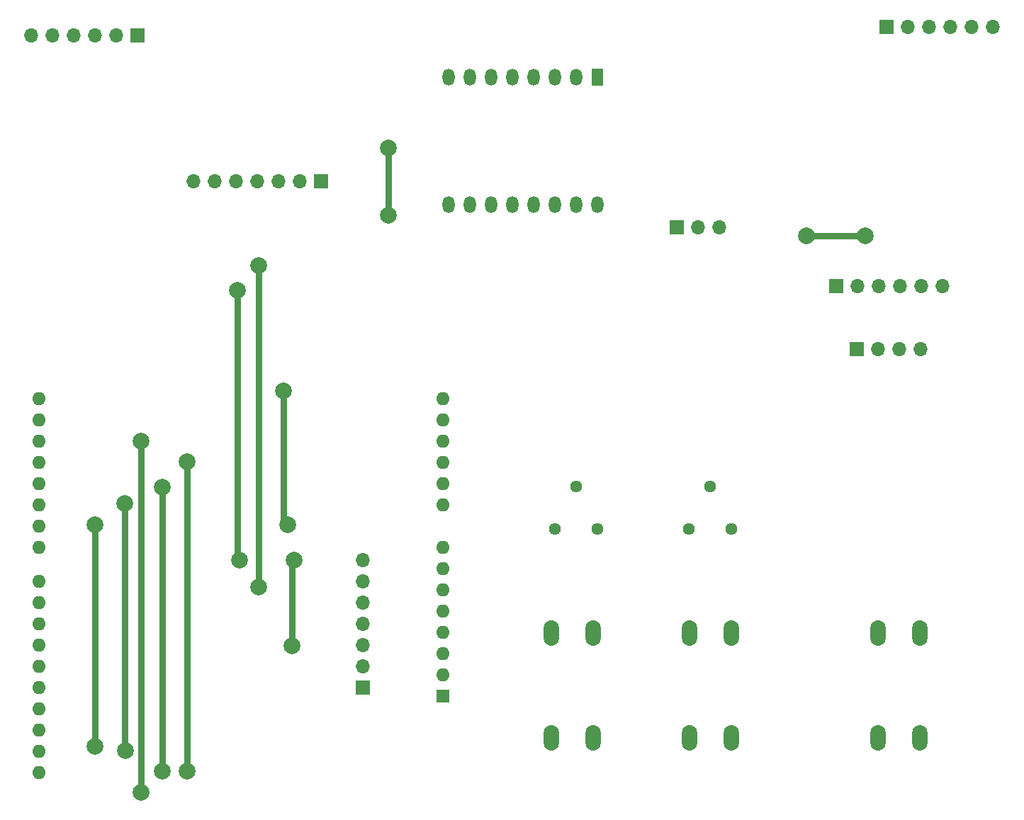
<source format=gbr>
%TF.GenerationSoftware,KiCad,Pcbnew,(6.0.7)*%
%TF.CreationDate,2022-09-15T13:57:49+00:00*%
%TF.ProjectId,Current board,43757272-656e-4742-9062-6f6172642e6b,rev?*%
%TF.SameCoordinates,Original*%
%TF.FileFunction,Copper,L1,Top*%
%TF.FilePolarity,Positive*%
%FSLAX46Y46*%
G04 Gerber Fmt 4.6, Leading zero omitted, Abs format (unit mm)*
G04 Created by KiCad (PCBNEW (6.0.7)) date 2022-09-15 13:57:49*
%MOMM*%
%LPD*%
G01*
G04 APERTURE LIST*
%TA.AperFunction,ComponentPad*%
%ADD10O,1.440000X2.000000*%
%TD*%
%TA.AperFunction,ComponentPad*%
%ADD11R,1.440000X2.000000*%
%TD*%
%TA.AperFunction,ComponentPad*%
%ADD12O,1.700000X1.700000*%
%TD*%
%TA.AperFunction,ComponentPad*%
%ADD13R,1.700000X1.700000*%
%TD*%
%TA.AperFunction,ComponentPad*%
%ADD14C,1.440000*%
%TD*%
%TA.AperFunction,ComponentPad*%
%ADD15O,1.850000X3.048000*%
%TD*%
%TA.AperFunction,ComponentPad*%
%ADD16O,1.600000X1.600000*%
%TD*%
%TA.AperFunction,ComponentPad*%
%ADD17R,1.600000X1.600000*%
%TD*%
%TA.AperFunction,ViaPad*%
%ADD18C,2.000000*%
%TD*%
%TA.AperFunction,Conductor*%
%ADD19C,0.750000*%
%TD*%
G04 APERTURE END LIST*
D10*
%TO.P,U5,9,GND*%
%TO.N,GND*%
X168720000Y-58240000D03*
%TO.P,U5,8,GND*%
X168720000Y-43000000D03*
%TO.P,U5,10,PWMB*%
%TO.N,+3V3*%
X171260000Y-58240000D03*
%TO.P,U5,7,BO1*%
%TO.N,Net-(M2-Pad1)*%
X171260000Y-43000000D03*
%TO.P,U5,11,BIN2*%
%TO.N,Net-(U5-Pad11)*%
X173800000Y-58240000D03*
%TO.P,U5,6,AO2*%
%TO.N,Net-(M1-Pad6)*%
X173800000Y-43000000D03*
%TO.P,U5,12,BIN1*%
%TO.N,Net-(A1-Pad26)*%
X176340000Y-58240000D03*
%TO.P,U5,5,AO2*%
%TO.N,Net-(M1-Pad6)*%
X176340000Y-43000000D03*
%TO.P,U5,13,STBY*%
%TO.N,+3V3*%
X178880000Y-58240000D03*
%TO.P,U5,4,AO1*%
%TO.N,Net-(M1-Pad1)*%
X178880000Y-43000000D03*
%TO.P,U5,14,AIN1*%
%TO.N,Net-(A1-Pad27)*%
X181420000Y-58240000D03*
%TO.P,U5,3,GND*%
%TO.N,GND*%
X181420000Y-43000000D03*
%TO.P,U5,15,AIN2*%
%TO.N,Net-(A1-Pad28)*%
X183960000Y-58240000D03*
%TO.P,U5,2,VCC*%
%TO.N,+3V3*%
X183960000Y-43000000D03*
%TO.P,U5,16,PWMA*%
X186500000Y-58240000D03*
D11*
%TO.P,U5,1,VM1*%
%TO.N,+BATT*%
X186500000Y-43000000D03*
%TD*%
D12*
%TO.P,U6,6,RST*%
%TO.N,unconnected-(U6-Pad6)*%
X227700000Y-68000000D03*
%TO.P,U6,5,SDA*%
%TO.N,Net-(A1-Pad31)*%
X225160000Y-68000000D03*
%TO.P,U6,4,SCL*%
%TO.N,Net-(A1-Pad32)*%
X222620000Y-68000000D03*
%TO.P,U6,3,GND*%
%TO.N,GND*%
X220080000Y-68000000D03*
%TO.P,U6,2,3Vo*%
%TO.N,unconnected-(U6-Pad2)*%
X217540000Y-68000000D03*
D13*
%TO.P,U6,1,Vin*%
%TO.N,+3V3*%
X215000000Y-68000000D03*
%TD*%
D14*
%TO.P,RV2,1,1*%
%TO.N,+3V3*%
X202500000Y-97000000D03*
%TO.P,RV2,2,2*%
%TO.N,Net-(A1-Pad11)*%
X199960000Y-91920000D03*
%TO.P,RV2,3,3*%
%TO.N,GND*%
X197420000Y-97000000D03*
%TD*%
%TO.P,RV1,1,1*%
%TO.N,+3V3*%
X186500000Y-97000000D03*
%TO.P,RV1,2,2*%
%TO.N,Net-(A1-Pad10)*%
X183960000Y-91920000D03*
%TO.P,RV1,3,3*%
%TO.N,GND*%
X181420000Y-97000000D03*
%TD*%
D15*
%TO.P,SW3-SELECT1,4,A*%
%TO.N,Net-(A1-Pad19)*%
X202500000Y-122000000D03*
%TO.P,SW3-SELECT1,2,2*%
%TO.N,GND*%
X197500000Y-122000000D03*
%TO.P,SW3-SELECT1,3,K*%
%TO.N,Net-(A1-Pad19)*%
X202500000Y-109500000D03*
%TO.P,SW3-SELECT1,1,1*%
%TO.N,GND*%
X197500000Y-109500000D03*
%TD*%
%TO.P,SW2-MODE1,4,A*%
%TO.N,Net-(A1-Pad18)*%
X186000000Y-122000000D03*
%TO.P,SW2-MODE1,2,2*%
%TO.N,GND*%
X181000000Y-122000000D03*
%TO.P,SW2-MODE1,3,K*%
%TO.N,Net-(A1-Pad18)*%
X186000000Y-109500000D03*
%TO.P,SW2-MODE1,1,1*%
%TO.N,GND*%
X181000000Y-109500000D03*
%TD*%
%TO.P,SW1-EMG1,4,A*%
%TO.N,Net-(A1-Pad17)*%
X225000000Y-122000000D03*
%TO.P,SW1-EMG1,2,2*%
%TO.N,GND*%
X220000000Y-122000000D03*
%TO.P,SW1-EMG1,3,K*%
%TO.N,Net-(A1-Pad17)*%
X225000000Y-109500000D03*
%TO.P,SW1-EMG1,1,1*%
%TO.N,GND*%
X220000000Y-109500000D03*
%TD*%
D12*
%TO.P,M1,6,M2*%
%TO.N,Net-(M1-Pad6)*%
X233700000Y-37000000D03*
%TO.P,M1,5,GND_encoder*%
%TO.N,GND*%
X231160000Y-37000000D03*
%TO.P,M1,4,Phase_B*%
%TO.N,Net-(A1-Pad20)*%
X228620000Y-37000000D03*
%TO.P,M1,3,Phase_A*%
%TO.N,Net-(A1-Pad21)*%
X226080000Y-37000000D03*
%TO.P,M1,2,+3v3_encoder*%
%TO.N,+3V3*%
X223540000Y-37000000D03*
D13*
%TO.P,M1,1,M1*%
%TO.N,Net-(M1-Pad1)*%
X221000000Y-37000000D03*
%TD*%
D12*
%TO.P,U4,3,SIG_out*%
%TO.N,Net-(A1-Pad9)*%
X201080000Y-61000000D03*
%TO.P,U4,2,GND*%
%TO.N,GND*%
X198540000Y-61000000D03*
D13*
%TO.P,U4,1,Vcc*%
%TO.N,+5V*%
X196000000Y-61000000D03*
%TD*%
D12*
%TO.P,U3,7,LED*%
%TO.N,unconnected-(U3-Pad7)*%
X138260000Y-55500000D03*
%TO.P,U3,6,INT*%
%TO.N,unconnected-(U3-Pad6)*%
X140800000Y-55500000D03*
%TO.P,U3,5,SDA*%
%TO.N,Net-(A1-Pad31)*%
X143340000Y-55500000D03*
%TO.P,U3,4,SCL*%
%TO.N,Net-(A1-Pad32)*%
X145880000Y-55500000D03*
%TO.P,U3,3,3v3*%
%TO.N,unconnected-(U3-Pad3)*%
X148420000Y-55500000D03*
%TO.P,U3,2,GND*%
%TO.N,GND*%
X150960000Y-55500000D03*
D13*
%TO.P,U3,1,Vin*%
%TO.N,+3V3*%
X153500000Y-55500000D03*
%TD*%
D12*
%TO.P,U2,4,SDA*%
%TO.N,Net-(A1-Pad31)*%
X225120000Y-75500000D03*
%TO.P,U2,3,SCL*%
%TO.N,Net-(A1-Pad32)*%
X222580000Y-75500000D03*
%TO.P,U2,2,GND*%
%TO.N,GND*%
X220040000Y-75500000D03*
D13*
%TO.P,U2,1,VCC*%
%TO.N,+3V3*%
X217500000Y-75500000D03*
%TD*%
D12*
%TO.P,U1,7,SDA*%
%TO.N,Net-(A1-Pad31)*%
X158500000Y-100760000D03*
%TO.P,U1,6,SCL*%
%TO.N,Net-(A1-Pad32)*%
X158500000Y-103300000D03*
%TO.P,U1,5,INT1*%
%TO.N,unconnected-(U1-Pad5)*%
X158500000Y-105840000D03*
%TO.P,U1,4,INT2*%
%TO.N,unconnected-(U1-Pad4)*%
X158500000Y-108380000D03*
%TO.P,U1,3,3vo*%
%TO.N,unconnected-(U1-Pad3)*%
X158500000Y-110920000D03*
%TO.P,U1,2,GND*%
%TO.N,GND*%
X158500000Y-113460000D03*
D13*
%TO.P,U1,1,Vin*%
%TO.N,+3V3*%
X158500000Y-116000000D03*
%TD*%
D12*
%TO.P,M2,6,M2*%
%TO.N,Net-(M2-Pad6)*%
X118880000Y-38000000D03*
%TO.P,M2,5,GND_encoder*%
%TO.N,GND*%
X121420000Y-38000000D03*
%TO.P,M2,4,Phase_B*%
%TO.N,Net-(M2-Pad4)*%
X123960000Y-38000000D03*
%TO.P,M2,3,Phase_A*%
%TO.N,Net-(M2-Pad3)*%
X126500000Y-38000000D03*
%TO.P,M2,2,+3v3_encoder*%
%TO.N,+3V3*%
X129040000Y-38000000D03*
D13*
%TO.P,M2,1,M1*%
%TO.N,Net-(M2-Pad1)*%
X131580000Y-38000000D03*
%TD*%
D16*
%TO.P,A1,16,D1/TX*%
%TO.N,unconnected-(A1-Pad16)*%
X119740000Y-83980000D03*
%TO.P,A1,15,D0/RX*%
%TO.N,unconnected-(A1-Pad15)*%
X119740000Y-81440000D03*
%TO.P,A1,30,AREF*%
%TO.N,unconnected-(A1-Pad30)*%
X119740000Y-121060000D03*
%TO.P,A1,14,A5*%
%TO.N,unconnected-(A1-Pad14)*%
X168000000Y-81440000D03*
%TO.P,A1,29,GND*%
%TO.N,GND*%
X119740000Y-118520000D03*
%TO.P,A1,13,A4*%
%TO.N,unconnected-(A1-Pad13)*%
X168000000Y-83980000D03*
%TO.P,A1,28,D13*%
%TO.N,Net-(A1-Pad28)*%
X119740000Y-115980000D03*
%TO.P,A1,12,A3*%
%TO.N,unconnected-(A1-Pad12)*%
X168000000Y-86520000D03*
%TO.P,A1,27,D12*%
%TO.N,Net-(A1-Pad27)*%
X119740000Y-113440000D03*
%TO.P,A1,11,A2*%
%TO.N,Net-(A1-Pad11)*%
X168000000Y-89060000D03*
%TO.P,A1,26,D11*%
%TO.N,Net-(A1-Pad26)*%
X119740000Y-110900000D03*
%TO.P,A1,10,A1*%
%TO.N,Net-(A1-Pad10)*%
X168000000Y-91600000D03*
%TO.P,A1,25,D10*%
%TO.N,unconnected-(A1-Pad25)*%
X119740000Y-108360000D03*
%TO.P,A1,9,A0*%
%TO.N,Net-(A1-Pad9)*%
X168000000Y-94140000D03*
%TO.P,A1,24,D9*%
%TO.N,Net-(U5-Pad11)*%
X119740000Y-105820000D03*
%TO.P,A1,8,VIN*%
%TO.N,+BATT*%
X168000000Y-99220000D03*
%TO.P,A1,23,D8*%
%TO.N,Net-(M2-Pad3)*%
X119740000Y-103280000D03*
%TO.P,A1,7,GND*%
%TO.N,GND*%
X168000000Y-101760000D03*
%TO.P,A1,22,D7*%
%TO.N,Net-(M2-Pad4)*%
X119740000Y-99220000D03*
%TO.P,A1,6,GND*%
%TO.N,GND*%
X168000000Y-104300000D03*
%TO.P,A1,21,D6*%
%TO.N,Net-(A1-Pad21)*%
X119740000Y-96680000D03*
%TO.P,A1,5,+5V*%
%TO.N,+5V*%
X168000000Y-106840000D03*
%TO.P,A1,20,D5*%
%TO.N,Net-(A1-Pad20)*%
X119740000Y-94140000D03*
%TO.P,A1,4,3V3*%
%TO.N,+3V3*%
X168000000Y-109380000D03*
%TO.P,A1,19,D4*%
%TO.N,Net-(A1-Pad19)*%
X119740000Y-91600000D03*
%TO.P,A1,3,~{RESET}*%
%TO.N,unconnected-(A1-Pad3)*%
X168000000Y-111920000D03*
%TO.P,A1,18,D3*%
%TO.N,Net-(A1-Pad18)*%
X119740000Y-89060000D03*
%TO.P,A1,2,IOREF*%
%TO.N,unconnected-(A1-Pad2)*%
X168000000Y-114460000D03*
%TO.P,A1,17,D2*%
%TO.N,Net-(A1-Pad17)*%
X119740000Y-86520000D03*
D17*
%TO.P,A1,1,NC*%
%TO.N,unconnected-(A1-Pad1)*%
X168000000Y-117000000D03*
D16*
%TO.P,A1,31,SDA*%
%TO.N,Net-(A1-Pad31)*%
X119740000Y-123600000D03*
%TO.P,A1,32,SCL*%
%TO.N,Net-(A1-Pad32)*%
X119740000Y-126140000D03*
%TD*%
D18*
%TO.N,GND*%
X161500000Y-59500000D03*
X161500000Y-51500000D03*
X211500000Y-62000000D03*
X218500000Y-62000000D03*
X149500000Y-96500000D03*
X149000000Y-80500000D03*
%TO.N,Net-(A1-Pad21)*%
X126500000Y-123000000D03*
X126500000Y-96520000D03*
%TO.N,Net-(A1-Pad20)*%
X130000000Y-93980000D03*
X130124990Y-123500000D03*
%TO.N,Net-(A1-Pad19)*%
X134500000Y-126000000D03*
X134500000Y-92000006D03*
%TO.N,Net-(A1-Pad18)*%
X137499996Y-126000000D03*
X137500000Y-89000000D03*
%TO.N,Net-(A1-Pad17)*%
X132000008Y-128500000D03*
X132000002Y-86500000D03*
%TO.N,Net-(A1-Pad31)*%
X143500000Y-68500000D03*
X143765159Y-100765159D03*
X150000000Y-111000000D03*
X150260000Y-100760000D03*
%TO.N,Net-(A1-Pad32)*%
X146000000Y-65500000D03*
X146000000Y-104000000D03*
%TD*%
D19*
%TO.N,Net-(A1-Pad21)*%
X126500000Y-123000000D02*
X126500000Y-96520000D01*
%TO.N,Net-(A1-Pad20)*%
X130000000Y-93980000D02*
X130000000Y-123375010D01*
X130000000Y-123375010D02*
X130124990Y-123500000D01*
%TO.N,GND*%
X161500000Y-51500000D02*
X161500000Y-59500000D01*
X211500000Y-62000000D02*
X218500000Y-62000000D01*
X149000000Y-96000000D02*
X149500000Y-96500000D01*
X149000000Y-80500000D02*
X149000000Y-96000000D01*
%TO.N,Net-(A1-Pad19)*%
X134500000Y-126000000D02*
X134500000Y-92000006D01*
%TO.N,Net-(A1-Pad18)*%
X137499996Y-89000004D02*
X137500000Y-89000000D01*
X137499996Y-126000000D02*
X137499996Y-89000004D01*
%TO.N,Net-(A1-Pad17)*%
X132000008Y-128500000D02*
X132000008Y-86500006D01*
X132000008Y-86500006D02*
X132000002Y-86500000D01*
%TO.N,Net-(A1-Pad31)*%
X143500000Y-100500000D02*
X143765159Y-100765159D01*
X143500000Y-68500000D02*
X143500000Y-100500000D01*
X150000000Y-111000000D02*
X150000000Y-101020000D01*
X150000000Y-101020000D02*
X150260000Y-100760000D01*
%TO.N,Net-(A1-Pad32)*%
X146000000Y-65500000D02*
X146000000Y-104000000D01*
%TD*%
M02*

</source>
